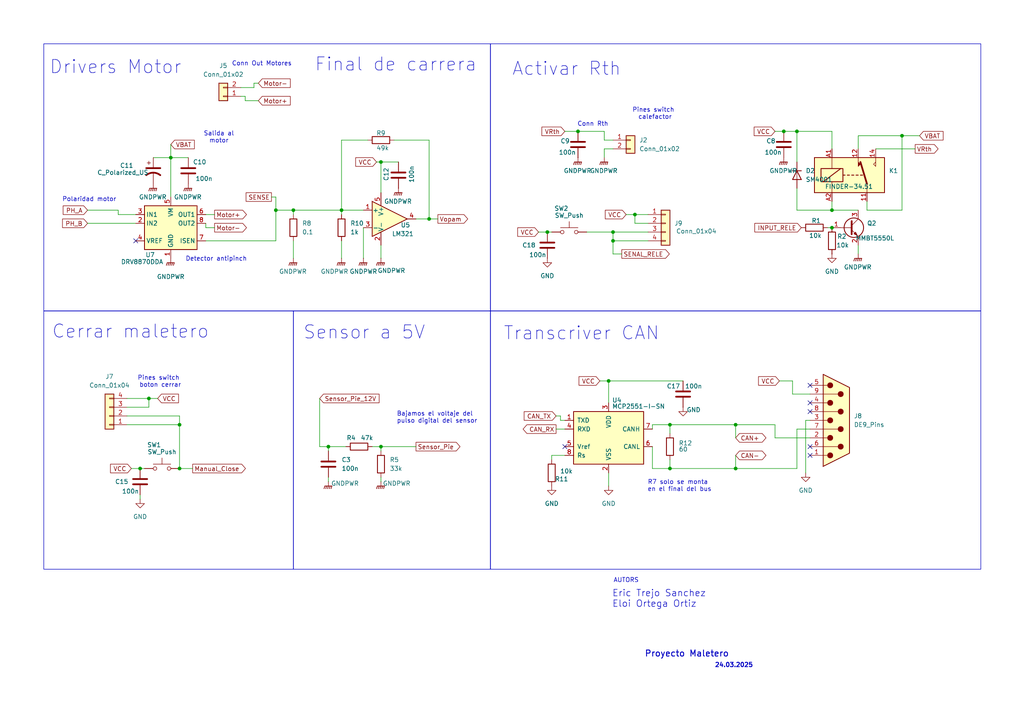
<source format=kicad_sch>
(kicad_sch (version 20250114) (generator "eeschema") (generator_version "9.0")
  (paper "A4")
  (lib_symbols
    (symbol "Amplifier_Operational:LM321" (pin_names (offset 0.127))
      (property "Reference" "U" (at 0 7.62 0))
      (property "Value" "LM321" (at 0 5.08 0))
      (symbol "LM321_0_1"
        (polyline (pts (xy -5.08 5.08) (xy 5.08 0) (xy -5.08 -5.08) (xy -5.08 5.08)) (stroke (width 0.254)) (fill (type background)))
      )
      (symbol "LM321_1_1"
        (pin input line (at -7.62 2.54 0) (length 2.54) (name "+") (number "1"))
        (pin input line (at -7.62 -2.54 0) (length 2.54) (name "-") (number "3"))
        (pin power_in line (at -2.54 7.62 270) (length 3.81) (name "V+") (number "5"))
        (pin power_in line (at -2.54 -7.62 90) (length 3.81) (name "V-") (number "2"))
        (pin output line (at 7.62 0 180) (length 2.54) (name "~") (number "4"))
      )
    )
    (symbol "Connector:DE9_Pins" (pin_names (offset 1.016) (hide yes))
      (property "Reference" "J" (at 0 13.97 0))
      (property "Value" "DE9_Pins" (at 0 -14.605 0))
      (symbol "DE9_Pins_0_1"
        (polyline (pts (xy -3.81 10.16) (xy -2.54 10.16)))
        (polyline (pts (xy -3.81 7.62) (xy 0.508 7.62)))
        (polyline (pts (xy -3.81 5.08) (xy -2.54 5.08)))
        (polyline (pts (xy -3.81 2.54) (xy 0.508 2.54)))
        (polyline (pts (xy -3.81 0) (xy -2.54 0)))
        (polyline (pts (xy -3.81 -2.54) (xy 0.508 -2.54)))
        (polyline (pts (xy -3.81 -5.08) (xy -2.54 -5.08)))
        (polyline (pts (xy -3.81 -7.62) (xy 0.508 -7.62)))
        (polyline (pts (xy -3.81 -10.16) (xy -2.54 -10.16)))
        (polyline (pts (xy -3.81 -13.335) (xy -3.81 13.335) (xy 3.81 9.525) (xy 3.81 -9.525) (xy -3.81 -13.335)) (stroke (width 0.254)) (fill (type background)))
        (circle (center -1.778 10.16) (radius 0.762) (fill (type outline)))
        (circle (center -1.778 5.08) (radius 0.762) (fill (type outline)))
        (circle (center -1.778 0) (radius 0.762) (fill (type outline)))
        (circle (center -1.778 -5.08) (radius 0.762) (fill (type outline)))
        (circle (center -1.778 -10.16) (radius 0.762) (fill (type outline)))
        (circle (center 1.27 7.62) (radius 0.762) (fill (type outline)))
        (circle (center 1.27 2.54) (radius 0.762) (fill (type outline)))
        (circle (center 1.27 -2.54) (radius 0.762) (fill (type outline)))
        (circle (center 1.27 -7.62) (radius 0.762) (fill (type outline)))
      )
      (symbol "DE9_Pins_1_1"
        (pin passive line (at -7.62 10.16 0) (length 3.81) (name "5") (number "5"))
        (pin passive line (at -7.62 7.62 0) (length 3.81) (name "9") (number "9"))
        (pin passive line (at -7.62 5.08 0) (length 3.81) (name "4") (number "4"))
        (pin passive line (at -7.62 2.54 0) (length 3.81) (name "8") (number "8"))
        (pin passive line (at -7.62 0 0) (length 3.81) (name "3") (number "3"))
        (pin passive line (at -7.62 -2.54 0) (length 3.81) (name "7") (number "7"))
        (pin passive line (at -7.62 -5.08 0) (length 3.81) (name "2") (number "2"))
        (pin passive line (at -7.62 -7.62 0) (length 3.81) (name "6") (number "6"))
        (pin passive line (at -7.62 -10.16 0) (length 3.81) (name "1") (number "1"))
      )
    )
    (symbol "Connector_Generic:Conn_01x02" (pin_names (offset 1.016) (hide yes))
      (property "Reference" "J" (at 0 2.54 0))
      (property "Value" "Conn_01x02" (at 0 -5.08 0))
      (symbol "Conn_01x02_1_1"
        (rectangle (start -1.27 1.27) (end 1.27 -3.81) (stroke (width 0.254)) (fill (type background)))
        (rectangle (start -1.27 0.127) (end 0 -0.127) (stroke (width 0.1524)))
        (rectangle (start -1.27 -2.413) (end 0 -2.667) (stroke (width 0.1524)))
        (pin passive line (at -5.08 0 0) (length 3.81) (name "Pin_1") (number "1"))
        (pin passive line (at -5.08 -2.54 0) (length 3.81) (name "Pin_2") (number "2"))
      )
    )
    (symbol "Connector_Generic:Conn_01x04" (pin_names (offset 1.016) (hide yes))
      (property "Reference" "J" (at 0 5.08 0))
      (property "Value" "Conn_01x04" (at 0 -7.62 0))
      (symbol "Conn_01x04_1_1"
        (rectangle (start -1.27 3.81) (end 1.27 -6.35) (stroke (width 0.254)) (fill (type background)))
        (rectangle (start -1.27 2.667) (end 0 2.413) (stroke (width 0.1524)))
        (rectangle (start -1.27 0.127) (end 0 -0.127) (stroke (width 0.1524)))
        (rectangle (start -1.27 -2.413) (end 0 -2.667) (stroke (width 0.1524)))
        (rectangle (start -1.27 -4.953) (end 0 -5.207) (stroke (width 0.1524)))
        (pin passive line (at -5.08 2.54 0) (length 3.81) (name "Pin_1") (number "1"))
        (pin passive line (at -5.08 0 0) (length 3.81) (name "Pin_2") (number "2"))
        (pin passive line (at -5.08 -2.54 0) (length 3.81) (name "Pin_3") (number "3"))
        (pin passive line (at -5.08 -5.08 0) (length 3.81) (name "Pin_4") (number "4"))
      )
    )
    (symbol "Device:C" (pin_numbers (hide yes)) (pin_names (offset 0.254))
      (property "Reference" "C" (at 0.635 2.54 0))
      (property "Value" "C" (at 0.635 -2.54 0))
      (symbol "C_0_1"
        (polyline (pts (xy -2.032 0.762) (xy 2.032 0.762)) (stroke (width 0.508)))
        (polyline (pts (xy -2.032 -0.762) (xy 2.032 -0.762)) (stroke (width 0.508)))
      )
      (symbol "C_1_1"
        (pin passive line (at 0 3.81 270) (length 2.794) (name "~") (number "1"))
        (pin passive line (at 0 -3.81 90) (length 2.794) (name "~") (number "2"))
      )
    )
    (symbol "Device:C_Polarized_US" (pin_numbers (hide yes)) (pin_names (offset 0.254) (hide yes))
      (property "Reference" "C" (at 0.635 2.54 0))
      (property "Value" "C_Polarized_US" (at 0.635 -2.54 0))
      (symbol "C_Polarized_US_0_1"
        (polyline (pts (xy -2.032 0.762) (xy 2.032 0.762)) (stroke (width 0.508)))
        (polyline (pts (xy -1.778 2.286) (xy -0.762 2.286)))
        (polyline (pts (xy -1.27 1.778) (xy -1.27 2.794)))
        (arc (start -2.032 -1.27) (mid 0 -0.5572) (end 2.032 -1.27) (stroke (width 0.508)))
      )
      (symbol "C_Polarized_US_1_1"
        (pin passive line (at 0 3.81 270) (length 2.794) (name "~") (number "1"))
        (pin passive line (at 0 -3.81 90) (length 3.302) (name "~") (number "2"))
      )
    )
    (symbol "Device:R" (pin_numbers (hide yes)) (pin_names (offset 0))
      (property "Reference" "R" (at 2.032 0 90))
      (property "Value" "R" (at 0 0 90))
      (symbol "R_0_1"
        (rectangle (start -1.016 -2.54) (end 1.016 2.54) (stroke (width 0.254)))
      )
      (symbol "R_1_1"
        (pin passive line (at 0 3.81 270) (length 1.27) (name "~") (number "1"))
        (pin passive line (at 0 -3.81 90) (length 1.27) (name "~") (number "2"))
      )
    )
    (symbol "Diode:SM4001" (pin_numbers (hide yes)) (pin_names (hide yes))
      (property "Reference" "D" (at 0 2.54 0))
      (property "Value" "SM4001" (at 0 -2.54 0))
      (symbol "SM4001_0_1"
        (polyline (pts (xy -1.27 1.27) (xy -1.27 -1.27)) (stroke (width 0.254)))
        (polyline (pts (xy 1.27 1.27) (xy 1.27 -1.27) (xy -1.27 0) (xy 1.27 1.27)) (stroke (width 0.254)))
        (polyline (pts (xy 1.27 0) (xy -1.27 0)))
      )
      (symbol "SM4001_1_1"
        (pin passive line (at -3.81 0 0) (length 2.54) (name "K") (number "1"))
        (pin passive line (at 3.81 0 180) (length 2.54) (name "A") (number "2"))
      )
    )
    (symbol "Driver_Motor:DRV8870DDA"
      (property "Reference" "U" (at -6.35 6.35 0))
      (property "Value" "DRV8870DDA" (at 8.89 6.35 0))
      (symbol "DRV8870DDA_0_1"
        (rectangle (start -7.62 5.08) (end 7.62 -7.62) (stroke (width 0.254)) (fill (type background)))
      )
      (symbol "DRV8870DDA_1_1"
        (pin input line (at -10.16 2.54 0) (length 2.54) (name "IN1") (number "3"))
        (pin input line (at -10.16 0 0) (length 2.54) (name "IN2") (number "2"))
        (pin input line (at -10.16 -5.08 0) (length 2.54) (name "VREF") (number "4"))
        (pin power_in line (at 0 7.62 270) (length 2.54) (name "VM") (number "5"))
        (pin power_in line (at 0 -10.16 90) (length 2.54) (name "GND") (number "1"))
        (pin passive line (at 0 -10.16 90) (length 2.54) (hide yes) (name "GND") (number "9"))
        (pin output line (at 10.16 2.54 180) (length 2.54) (name "OUT1") (number "6"))
        (pin output line (at 10.16 0 180) (length 2.54) (name "OUT2") (number "8"))
        (pin passive line (at 10.16 -5.08 180) (length 2.54) (name "ISEN") (number "7"))
      )
    )
    (symbol "Interface_CAN_LIN:MCP2551-I-SN" (pin_names (offset 1.016))
      (property "Reference" "U" (at -10.16 8.89 0))
      (property "Value" "MCP2551-I-SN" (at 2.54 8.89 0))
      (symbol "MCP2551-I-SN_0_1"
        (rectangle (start -10.16 7.62) (end 10.16 -7.62) (stroke (width 0.254)) (fill (type background)))
      )
      (symbol "MCP2551-I-SN_1_1"
        (pin input line (at -12.7 5.08 0) (length 2.54) (name "TXD") (number "1"))
        (pin output line (at -12.7 2.54 0) (length 2.54) (name "RXD") (number "4"))
        (pin power_out line (at -12.7 -2.54 0) (length 2.54) (name "Vref") (number "5"))
        (pin input line (at -12.7 -5.08 0) (length 2.54) (name "Rs") (number "8"))
        (pin power_in line (at 0 10.16 270) (length 2.54) (name "VDD") (number "3"))
        (pin power_in line (at 0 -10.16 90) (length 2.54) (name "VSS") (number "2"))
        (pin bidirectional line (at 12.7 2.54 180) (length 2.54) (name "CANH") (number "7"))
        (pin bidirectional line (at 12.7 -2.54 180) (length 2.54) (name "CANL") (number "6"))
      )
    )
    (symbol "Relay:FINDER-34.51"
      (property "Reference" "K" (at 11.43 3.81 0))
      (property "Value" "FINDER-34.51" (at 11.43 1.27 0))
      (symbol "FINDER-34.51_0_0"
        (polyline (pts (xy 7.62 5.08) (xy 7.62 2.54) (xy 6.985 3.175) (xy 7.62 3.81)))
      )
      (symbol "FINDER-34.51_0_1"
        (rectangle (start -10.16 5.08) (end 10.16 -5.08) (stroke (width 0.254)) (fill (type background)))
        (rectangle (start -8.255 1.905) (end -1.905 -1.905) (stroke (width 0.254)))
        (polyline (pts (xy -7.62 -1.905) (xy -2.54 1.905)) (stroke (width 0.254)))
        (polyline (pts (xy -5.08 5.08) (xy -5.08 1.905)))
        (polyline (pts (xy -5.08 -5.08) (xy -5.08 -1.905)))
        (polyline (pts (xy -1.905 0) (xy -1.27 0)) (stroke (width 0.254)))
        (polyline (pts (xy -0.635 0) (xy 0 0)) (stroke (width 0.254)))
        (polyline (pts (xy 0.635 0) (xy 1.27 0)) (stroke (width 0.254)))
        (polyline (pts (xy 1.905 0) (xy 2.54 0)) (stroke (width 0.254)))
        (polyline (pts (xy 2.54 5.08) (xy 2.54 2.54) (xy 3.175 3.175) (xy 2.54 3.81)) (fill (type outline)))
        (polyline (pts (xy 3.175 0) (xy 3.81 0)) (stroke (width 0.254)))
        (polyline (pts (xy 5.08 -2.54) (xy 3.175 3.81)) (stroke (width 0.508)))
        (polyline (pts (xy 5.08 -2.54) (xy 5.08 -5.08)))
      )
      (symbol "FINDER-34.51_1_1"
        (pin passive line (at -5.08 7.62 270) (length 2.54) (name "~") (number "A1"))
        (pin passive line (at -5.08 -7.62 90) (length 2.54) (name "~") (number "A2"))
        (pin passive line (at 2.54 7.62 270) (length 2.54) (name "~") (number "12"))
        (pin passive line (at 5.08 -7.62 90) (length 2.54) (name "~") (number "11"))
        (pin passive line (at 7.62 7.62 270) (length 2.54) (name "~") (number "14"))
      )
    )
    (symbol "Switch:SW_Push" (pin_numbers (hide yes)) (pin_names (offset 1.016) (hide yes))
      (property "Reference" "SW" (at 1.27 2.54 0))
      (property "Value" "SW_Push" (at 0 -1.524 0))
      (symbol "SW_Push_0_1"
        (circle (center -2.032 0) (radius 0.508))
        (polyline (pts (xy 0 1.27) (xy 0 3.048)))
        (circle (center 2.032 0) (radius 0.508))
        (polyline (pts (xy 2.54 1.27) (xy -2.54 1.27)))
        (pin passive line (at -5.08 0 0) (length 2.54) (name "1") (number "1"))
        (pin passive line (at 5.08 0 180) (length 2.54) (name "2") (number "2"))
      )
    )
    (symbol "Transistor_BJT:MMBT5550L" (pin_names (offset 0) (hide yes))
      (property "Reference" "Q" (at 5.08 1.905 0))
      (property "Value" "MMBT5550L" (at 5.08 0 0))
      (symbol "MMBT5550L_0_1"
        (polyline (pts (xy -2.54 0) (xy 0.635 0)))
        (polyline (pts (xy 0.635 1.905) (xy 0.635 -1.905)) (stroke (width 0.508)))
        (circle (center 1.27 0) (radius 2.8194) (stroke (width 0.254)))
      )
      (symbol "MMBT5550L_1_1"
        (polyline (pts (xy 0.635 0.635) (xy 2.54 2.54)))
        (polyline (pts (xy 0.635 -0.635) (xy 2.54 -2.54)))
        (polyline (pts (xy 1.27 -1.778) (xy 1.778 -1.27) (xy 2.286 -2.286) (xy 1.27 -1.778)) (fill (type outline)))
        (pin input line (at -5.08 0 0) (length 2.54) (name "B") (number "1"))
        (pin passive line (at 2.54 5.08 270) (length 2.54) (name "C") (number "3"))
        (pin passive line (at 2.54 -5.08 90) (length 2.54) (name "E") (number "2"))
      )
    )
    (symbol "power:GND" (power) (pin_numbers (hide yes)) (pin_names (offset 0) (hide yes))
      (property "Value" "GND" (at 0 -3.81 0))
      (symbol "GND_0_1"
        (polyline (pts (xy 0 0) (xy 0 -1.27) (xy 1.27 -1.27) (xy 0 -2.54) (xy -1.27 -1.27) (xy 0 -1.27)))
      )
      (symbol "GND_1_1"
        (pin power_in line (at 0 0 270) (length 0) (name "~") (number "1"))
      )
    )
    (symbol "power:GNDPWR" (power) (pin_numbers (hide yes)) (pin_names (offset 0) (hide yes))
      (property "Value" "GNDPWR" (at 0 -3.302 0))
      (symbol "GNDPWR_0_1"
        (polyline (pts (xy -1.016 -1.27) (xy -1.27 -2.032) (xy -1.27 -2.032)) (stroke (width 0.2032)))
        (polyline (pts (xy -0.508 -1.27) (xy -0.762 -2.032) (xy -0.762 -2.032)) (stroke (width 0.2032)))
        (polyline (pts (xy 0 -1.27) (xy 0 0)))
        (polyline (pts (xy 0 -1.27) (xy -0.254 -2.032) (xy -0.254 -2.032)) (stroke (width 0.2032)))
        (polyline (pts (xy 0.508 -1.27) (xy 0.254 -2.032) (xy 0.254 -2.032)) (stroke (width 0.2032)))
        (polyline (pts (xy 1.016 -1.27) (xy -1.016 -1.27) (xy -1.016 -1.27)) (stroke (width 0.2032)))
        (polyline (pts (xy 1.016 -1.27) (xy 0.762 -2.032) (xy 0.762 -2.032) (xy 0.762 -2.032)) (stroke (width 0.2032)))
      )
      (symbol "GNDPWR_1_1"
        (pin power_in line (at 0 0 270) (length 0) (name "~") (number "1"))
      )
    )
  )
  (rectangle (start 85.09 90.17) (end 142.24 165.1))
  (rectangle (start 12.7 90.17) (end 85.09 165.1))
  (rectangle (start 12.7 12.7) (end 142.24 90.17))
  (rectangle (start 142.24 90.17) (end 284.48 165.1))
  (rectangle (start 142.24 12.7) (end 284.48 90.17))
  (text "Transcriver CAN" (at 168.656 96.774 0) (effects (font (size 3.81 3.81))))
  (text "Pines switch \nboton cerrar" (at 46.482 110.744 0) (effects (font (size 1.27 1.27))))
  (text "Polaridad motor" (at 25.908 57.912 0) (effects (font (size 1.27 1.27))))
  (text "R7 solo se monta \nen el final del bus" (at 197.104 140.97 0) (effects (font (size 1.27 1.27))))
  (text "Final de carrera\n" (at 114.808 18.796 0) (effects (font (size 3.81 3.81))))
  (text "Salida al\nmotor" (at 63.5 39.878 0) (effects (font (size 1.27 1.27))))
  (text "Drivers Motor" (at 33.528 19.558 0) (effects (font (size 3.81 3.81))))
  (text "Activar Rth" (at 164.338 20.066 0) (effects (font (size 3.81 3.81))))
  (text "AUTORS" (at 181.61 168.402 0) (effects (font (size 1.27 1.27))))
  (text "24.03.2025" (at 207.264 193.04 0) (effects (font (size 1.27 1.27) (thickness 0.254) (bold yes)) (justify left)))
  (text "Proyecto Maletero" (at 186.944 189.738 0) (effects (font (size 1.778 1.778) (thickness 0.254) (bold yes)) (justify left)))
  (text "Detector antipinch" (at 62.738 75.184 0) (effects (font (size 1.27 1.27))))
  (text "Cerrar maletero" (at 37.846 96.266 0) (effects (font (size 3.81 3.81))))
  (text "Pines switch \ncalefactor" (at 189.992 33.02 0) (effects (font (size 1.27 1.27))))
  (text "Conn Out Motores\n" (at 75.946 18.542 0) (effects (font (size 1.27 1.27))))
  (text "Sensor a 5V" (at 105.664 96.52 0) (effects (font (size 3.81 3.81))))
  (text "Conn Rth" (at 171.958 36.068 0) (effects (font (size 1.27 1.27))))
  (text "Eric Trejo Sanchez\nEloi Ortega Ortiz" (at 177.546 173.736 0) (effects (font (size 1.905 1.905)) (justify left)))
  (text "Bajamos el voltaje del \npulso digital del sensor" (at 115.062 121.158 0) (effects (font (size 1.27 1.27)) (justify left)))
  (junction (at 194.31 123.19))
  (junction (at 52.07 135.89))
  (junction (at 49.53 45.72))
  (junction (at 52.07 123.19))
  (junction (at 158.75 67.31))
  (junction (at 177.8 69.85))
  (junction (at 241.3 60.96))
  (junction (at 110.49 46.99))
  (junction (at 213.36 123.19))
  (junction (at 227.33 38.1))
  (junction (at 167.64 38.1))
  (junction (at 80.01 60.96))
  (junction (at 95.25 129.54))
  (junction (at 43.18 115.57))
  (junction (at 99.06 60.96))
  (junction (at 110.49 129.54))
  (junction (at 213.36 135.89))
  (junction (at 124.46 63.5))
  (junction (at 194.31 135.89))
  (junction (at 231.14 38.1))
  (junction (at 241.3 66.04))
  (junction (at 261.62 39.37))
  (junction (at 85.09 60.96))
  (junction (at 184.15 62.23))
  (junction (at 177.8 67.31))
  (junction (at 40.64 135.89))
  (junction (at 176.53 110.49))
  (no_connect (at 234.95 116.84))
  (no_connect (at 163.83 129.54))
  (no_connect (at 234.95 111.76))
  (no_connect (at 234.95 132.08))
  (no_connect (at 234.95 129.54))
  (no_connect (at 39.37 69.85))
  (no_connect (at 234.95 119.38))
  (wire (pts (xy 175.26 43.18) (xy 177.8 43.18)))
  (wire (pts (xy 106.68 40.64) (xy 99.06 40.64)))
  (wire (pts (xy 40.64 143.51) (xy 40.64 144.78)))
  (wire (pts (xy 124.46 40.64) (xy 124.46 63.5)))
  (wire (pts (xy 52.07 135.89) (xy 55.88 135.89)))
  (wire (pts (xy 181.61 62.23) (xy 184.15 62.23)))
  (wire (pts (xy 229.87 110.49) (xy 229.87 114.3)))
  (wire (pts (xy 194.31 123.19) (xy 194.31 125.73)))
  (wire (pts (xy 175.26 45.72) (xy 175.26 43.18)))
  (wire (pts (xy 110.49 139.7) (xy 110.49 138.43)))
  (wire (pts (xy 177.8 69.85) (xy 187.96 69.85)))
  (wire (pts (xy 231.14 54.61) (xy 231.14 60.96)))
  (wire (pts (xy 248.92 73.66) (xy 248.92 71.12)))
  (wire (pts (xy 176.53 140.97) (xy 176.53 137.16)))
  (wire (pts (xy 213.36 123.19) (xy 224.79 123.19)))
  (wire (pts (xy 241.3 60.96) (xy 248.92 60.96)))
  (wire (pts (xy 34.29 62.23) (xy 39.37 62.23)))
  (wire (pts (xy 99.06 60.96) (xy 105.41 60.96)))
  (wire (pts (xy 95.25 138.43) (xy 95.25 139.7)))
  (wire (pts (xy 189.23 135.89) (xy 189.23 129.54)))
  (wire (pts (xy 231.14 38.1) (xy 227.33 38.1)))
  (wire (pts (xy 224.79 123.19) (xy 224.79 127)))
  (wire (pts (xy 49.53 45.72) (xy 49.53 57.15)))
  (wire (pts (xy 224.79 127) (xy 234.95 127)))
  (wire (pts (xy 241.3 66.04) (xy 240.03 66.04)))
  (wire (pts (xy 184.15 62.23) (xy 187.96 62.23)))
  (wire (pts (xy 105.41 74.93) (xy 105.41 66.04)))
  (wire (pts (xy 124.46 63.5) (xy 127 63.5)))
  (wire (pts (xy 156.21 67.31) (xy 158.75 67.31)))
  (wire (pts (xy 71.12 27.94) (xy 71.12 29.21)))
  (wire (pts (xy 92.71 129.54) (xy 95.25 129.54)))
  (wire (pts (xy 170.18 67.31) (xy 177.8 67.31)))
  (wire (pts (xy 163.83 38.1) (xy 167.64 38.1)))
  (wire (pts (xy 261.62 39.37) (xy 261.62 60.96)))
  (wire (pts (xy 34.29 60.96) (xy 34.29 62.23)))
  (wire (pts (xy 85.09 60.96) (xy 99.06 60.96)))
  (wire (pts (xy 25.4 64.77) (xy 39.37 64.77)))
  (wire (pts (xy 43.18 115.57) (xy 43.18 118.11)))
  (wire (pts (xy 74.93 24.13) (xy 73.66 24.13)))
  (wire (pts (xy 80.01 69.85) (xy 80.01 60.96)))
  (wire (pts (xy 229.87 114.3) (xy 234.95 114.3)))
  (wire (pts (xy 177.8 67.31) (xy 187.96 67.31)))
  (wire (pts (xy 177.8 69.85) (xy 177.8 73.66)))
  (wire (pts (xy 241.3 58.42) (xy 241.3 60.96)))
  (wire (pts (xy 226.06 110.49) (xy 229.87 110.49)))
  (wire (pts (xy 95.25 129.54) (xy 100.33 129.54)))
  (wire (pts (xy 254 43.18) (xy 265.43 43.18)))
  (wire (pts (xy 110.49 129.54) (xy 110.49 130.81)))
  (wire (pts (xy 41.91 135.89) (xy 40.64 135.89)))
  (wire (pts (xy 231.14 38.1) (xy 231.14 46.99)))
  (wire (pts (xy 231.14 60.96) (xy 241.3 60.96)))
  (wire (pts (xy 231.14 135.89) (xy 231.14 124.46)))
  (wire (pts (xy 95.25 130.81) (xy 95.25 129.54)))
  (wire (pts (xy 114.3 40.64) (xy 124.46 40.64)))
  (wire (pts (xy 189.23 123.19) (xy 194.31 123.19)))
  (wire (pts (xy 161.29 124.46) (xy 163.83 124.46)))
  (wire (pts (xy 85.09 69.85) (xy 85.09 74.93)))
  (wire (pts (xy 25.4 60.96) (xy 34.29 60.96)))
  (wire (pts (xy 194.31 135.89) (xy 194.31 133.35)))
  (wire (pts (xy 92.71 115.57) (xy 92.71 129.54)))
  (wire (pts (xy 49.53 45.72) (xy 54.61 45.72)))
  (wire (pts (xy 71.12 29.21) (xy 74.93 29.21)))
  (wire (pts (xy 110.49 46.99) (xy 110.49 55.88)))
  (wire (pts (xy 69.85 25.4) (xy 73.66 25.4)))
  (wire (pts (xy 107.95 129.54) (xy 110.49 129.54)))
  (wire (pts (xy 43.18 118.11) (xy 36.83 118.11)))
  (wire (pts (xy 85.09 60.96) (xy 85.09 62.23)))
  (wire (pts (xy 99.06 60.96) (xy 99.06 62.23)))
  (wire (pts (xy 52.07 120.65) (xy 52.07 123.19)))
  (wire (pts (xy 49.53 41.91) (xy 49.53 45.72)))
  (wire (pts (xy 109.22 46.99) (xy 110.49 46.99)))
  (wire (pts (xy 233.68 121.92) (xy 234.95 121.92)))
  (wire (pts (xy 99.06 40.64) (xy 99.06 60.96)))
  (wire (pts (xy 36.83 115.57) (xy 43.18 115.57)))
  (wire (pts (xy 160.02 67.31) (xy 158.75 67.31)))
  (wire (pts (xy 59.69 62.23) (xy 62.23 62.23)))
  (wire (pts (xy 231.14 124.46) (xy 234.95 124.46)))
  (wire (pts (xy 59.69 64.77) (xy 59.69 66.04)))
  (wire (pts (xy 44.45 45.72) (xy 49.53 45.72)))
  (wire (pts (xy 184.15 64.77) (xy 187.96 64.77)))
  (wire (pts (xy 120.65 63.5) (xy 124.46 63.5)))
  (wire (pts (xy 160.02 133.35) (xy 160.02 132.08)))
  (wire (pts (xy 80.01 60.96) (xy 80.01 57.15)))
  (wire (pts (xy 59.69 66.04) (xy 62.23 66.04)))
  (wire (pts (xy 36.83 120.65) (xy 52.07 120.65)))
  (wire (pts (xy 161.29 120.65) (xy 162.56 120.65)))
  (wire (pts (xy 261.62 39.37) (xy 266.7 39.37)))
  (wire (pts (xy 80.01 60.96) (xy 85.09 60.96)))
  (wire (pts (xy 241.3 38.1) (xy 231.14 38.1)))
  (wire (pts (xy 73.66 24.13) (xy 73.66 25.4)))
  (wire (pts (xy 213.36 132.08) (xy 213.36 135.89)))
  (wire (pts (xy 251.46 58.42) (xy 251.46 60.96)))
  (wire (pts (xy 173.99 110.49) (xy 176.53 110.49)))
  (wire (pts (xy 110.49 74.93) (xy 110.49 71.12)))
  (wire (pts (xy 110.49 46.99) (xy 115.57 46.99)))
  (wire (pts (xy 177.8 73.66) (xy 180.34 73.66)))
  (wire (pts (xy 162.56 121.92) (xy 163.83 121.92)))
  (wire (pts (xy 43.18 115.57) (xy 45.72 115.57)))
  (wire (pts (xy 241.3 43.18) (xy 241.3 38.1)))
  (wire (pts (xy 38.1 135.89) (xy 40.64 135.89)))
  (wire (pts (xy 233.68 121.92) (xy 233.68 137.16)))
  (wire (pts (xy 36.83 123.19) (xy 52.07 123.19)))
  (wire (pts (xy 227.33 38.1) (xy 224.79 38.1)))
  (wire (pts (xy 177.8 69.85) (xy 177.8 67.31)))
  (wire (pts (xy 248.92 43.18) (xy 248.92 39.37)))
  (wire (pts (xy 194.31 123.19) (xy 213.36 123.19)))
  (wire (pts (xy 176.53 110.49) (xy 176.53 116.84)))
  (wire (pts (xy 59.69 69.85) (xy 80.01 69.85)))
  (wire (pts (xy 175.26 38.1) (xy 175.26 40.64)))
  (wire (pts (xy 175.26 40.64) (xy 177.8 40.64)))
  (wire (pts (xy 69.85 27.94) (xy 71.12 27.94)))
  (wire (pts (xy 110.49 129.54) (xy 120.65 129.54)))
  (wire (pts (xy 184.15 62.23) (xy 184.15 64.77)))
  (wire (pts (xy 194.31 135.89) (xy 213.36 135.89)))
  (wire (pts (xy 167.64 38.1) (xy 175.26 38.1)))
  (wire (pts (xy 213.36 135.89) (xy 231.14 135.89)))
  (wire (pts (xy 248.92 39.37) (xy 261.62 39.37)))
  (wire (pts (xy 78.74 57.15) (xy 80.01 57.15)))
  (wire (pts (xy 176.53 110.49) (xy 198.12 110.49)))
  (wire (pts (xy 162.56 120.65) (xy 162.56 121.92)))
  (wire (pts (xy 189.23 135.89) (xy 194.31 135.89)))
  (wire (pts (xy 99.06 74.93) (xy 99.06 69.85)))
  (wire (pts (xy 251.46 60.96) (xy 261.62 60.96)))
  (wire (pts (xy 52.07 123.19) (xy 52.07 135.89)))
  (wire (pts (xy 213.36 123.19) (xy 213.36 127)))
  (wire (pts (xy 160.02 132.08) (xy 163.83 132.08)))
  (wire (pts (xy 189.23 123.19) (xy 189.23 124.46)))
  (global_label "SENSE" (shape passive) (at 78.74 57.15 180) (property "Intersheetrefs" "${INTERSHEET_REFS}" (effects (hide yes))))
  (global_label "VCC" (shape input) (at 224.79 38.1 180) (property "Intersheetrefs" "${INTERSHEET_REFS}" (effects (hide yes))))
  (global_label "Motor+" (shape input) (at 74.93 29.21 0) (property "Intersheetrefs" "${INTERSHEET_REFS}" (effects (hide yes))))
  (global_label "VRth" (shape output) (at 265.43 43.18 0) (property "Intersheetrefs" "${INTERSHEET_REFS}" (effects (hide yes))))
  (global_label "Motor-" (shape output) (at 62.23 66.04 0) (property "Intersheetrefs" "${INTERSHEET_REFS}" (effects (hide yes))))
  (global_label "Motor+" (shape output) (at 62.23 62.23 0) (property "Intersheetrefs" "${INTERSHEET_REFS}" (effects (hide yes))))
  (global_label "CAN-" (shape bidirectional) (at 213.36 132.08 0) (property "Intersheetrefs" "${INTERSHEET_REFS}" (effects (hide yes))))
  (global_label "VBAT" (shape input) (at 266.7 39.37 0) (property "Intersheetrefs" "${INTERSHEET_REFS}" (effects (hide yes))))
  (global_label "VCC" (shape input) (at 38.1 135.89 180) (property "Intersheetrefs" "${INTERSHEET_REFS}" (effects (hide yes))))
  (global_label "PH_A" (shape input) (at 25.4 60.96 180) (property "Intersheetrefs" "${INTERSHEET_REFS}" (effects (hide yes))))
  (global_label "Sensor_Pie_12V" (shape input) (at 92.71 115.57 0) (property "Intersheetrefs" "${INTERSHEET_REFS}" (effects (hide yes))))
  (global_label "VCC" (shape input) (at 156.21 67.31 180) (property "Intersheetrefs" "${INTERSHEET_REFS}" (effects (hide yes))))
  (global_label "SENAL_RELE" (shape output) (at 180.34 73.66 0) (property "Intersheetrefs" "${INTERSHEET_REFS}" (effects (hide yes))))
  (global_label "Sensor_Pie" (shape output) (at 120.65 129.54 0) (property "Intersheetrefs" "${INTERSHEET_REFS}" (effects (hide yes))))
  (global_label "Motor-" (shape input) (at 74.93 24.13 0) (property "Intersheetrefs" "${INTERSHEET_REFS}" (effects (hide yes))))
  (global_label "VCC" (shape input) (at 226.06 110.49 180) (property "Intersheetrefs" "${INTERSHEET_REFS}" (effects (hide yes))))
  (global_label "VBAT" (shape input) (at 49.53 41.91 0) (property "Intersheetrefs" "${INTERSHEET_REFS}" (effects (hide yes))))
  (global_label "Manual_Close" (shape output) (at 55.88 135.89 0) (property "Intersheetrefs" "${INTERSHEET_REFS}" (effects (hide yes))))
  (global_label "VCC" (shape input) (at 45.72 115.57 0) (property "Intersheetrefs" "${INTERSHEET_REFS}" (effects (hide yes))))
  (global_label "INPUT_RELE" (shape input) (at 232.41 66.04 180) (property "Intersheetrefs" "${INTERSHEET_REFS}" (effects (hide yes))))
  (global_label "VCC" (shape input) (at 173.99 110.49 180) (property "Intersheetrefs" "${INTERSHEET_REFS}" (effects (hide yes))))
  (global_label "VCC" (shape input) (at 181.61 62.23 180) (property "Intersheetrefs" "${INTERSHEET_REFS}" (effects (hide yes))))
  (global_label "Vopam" (shape output) (at 127 63.5 0) (property "Intersheetrefs" "${INTERSHEET_REFS}" (effects (hide yes))))
  (global_label "CAN+" (shape bidirectional) (at 213.36 127 0) (property "Intersheetrefs" "${INTERSHEET_REFS}" (effects (hide yes))))
  (global_label "CAN_TX" (shape input) (at 161.29 120.65 180) (property "Intersheetrefs" "${INTERSHEET_REFS}" (effects (hide yes))))
  (global_label "VCC" (shape input) (at 109.22 46.99 180) (property "Intersheetrefs" "${INTERSHEET_REFS}" (effects (hide yes))))
  (global_label "PH_B" (shape input) (at 25.4 64.77 180) (property "Intersheetrefs" "${INTERSHEET_REFS}" (effects (hide yes))))
  (global_label "VRth" (shape input) (at 163.83 38.1 180) (property "Intersheetrefs" "${INTERSHEET_REFS}" (effects (hide yes))))
  (global_label "CAN_RX" (shape output) (at 161.29 124.46 180) (property "Intersheetrefs" "${INTERSHEET_REFS}" (effects (hide yes))))
  (symbol (lib_id "Device:C_Polarized_US") (at 44.45 49.53 0) (unit 1)
    (property "Reference" "C11" (at 34.798 48.006 0) (effects (justify left)))
    (property "Value" "C_Polarized_US" (at 28.194 50.038 0) (effects (justify left)))
    (property "Footprint" "Capacitor_SMD:CP_Elec_3x5.3" (effects (hide yes)))
    (property "Description" "Polarized capacitor, US symbol" (effects (hide yes)))
  )
  (symbol (lib_id "Device:R") (at 99.06 66.04 180) (unit 1)
    (property "Reference" "R10" (at 101.6 64.7699 0) (effects (justify right)))
    (property "Value" "1k" (at 101.6 67.3099 0) (effects (justify right)))
    (property "Footprint" "Resistor_SMD:R_0805_2012Metric" (effects (hide yes)))
    (property "Description" "Resistor" (effects (hide yes)))
  )
  (symbol (lib_id "Device:R") (at 110.49 40.64 90) (unit 1)
    (property "Reference" "R9" (at 110.49 38.608 90))
    (property "Value" "49k" (at 110.998 42.926 90))
    (property "Footprint" "Resistor_SMD:R_0805_2012Metric" (effects (hide yes)))
    (property "Description" "Resistor" (effects (hide yes)))
  )
  (symbol (lib_id "power:GNDPWR") (at 175.26 45.72 0) (unit 1)
    (property "Reference" "#PWR04" (effects (hide yes)))
    (property "Value" "GNDPWR" (at 175.133 49.53 0))
    (property "Description" "Power symbol creates a global label with name \"GNDPWR\" , global ground" (effects (hide yes)))
  )
  (symbol (lib_id "Device:C") (at 198.12 114.3 180) (unit 1)
    (property "Reference" "C17" (at 195.326 112.014 0))
    (property "Value" "100n" (at 201.168 112.014 0))
    (property "Footprint" "Capacitor_SMD:C_0805_2012Metric" (effects (hide yes)))
    (property "Description" "Unpolarized capacitor" (effects (hide yes)))
  )
  (symbol (lib_id "Connector_Generic:Conn_01x02") (at 64.77 27.94 180) (unit 1)
    (property "Reference" "J5" (at 64.77 19.05 0))
    (property "Value" "Conn_01x02" (at 64.77 21.59 0))
    (property "Footprint" "TerminalBlock_Phoenix:TerminalBlock_Phoenix_MKDS-1,5-2-5.08_1x02_P5.08mm_Horizontal" (effects (hide yes)))
    (property "Description" "Generic connector, single row, 01x02, script generated (kicad-library-utils/schlib/autogen/connector/)" (effects (hide yes)))
  )
  (symbol (lib_id "Device:R") (at 104.14 129.54 90) (unit 1)
    (property "Reference" "R4" (at 101.854 127 90))
    (property "Value" "47k" (at 106.426 127 90))
    (property "Footprint" "Resistor_SMD:R_0805_2012Metric" (effects (hide yes)))
    (property "Description" "Resistor" (effects (hide yes)))
  )
  (symbol (lib_id "power:GNDPWR") (at 105.41 74.93 0) (unit 1)
    (property "Reference" "#PWR046" (effects (hide yes)))
    (property "Value" "GNDPWR" (at 105.41 78.74 0))
    (property "Description" "Power symbol creates a global label with name \"GNDPWR\" , global ground" (effects (hide yes)))
  )
  (symbol (lib_id "Relay:FINDER-34.51") (at 246.38 50.8 0) (unit 1)
    (property "Reference" "K1" (at 257.81 49.5299 0) (effects (justify left)))
    (property "Value" "FINDER-34.51" (at 239.268 54.102 0) (effects (justify left)))
    (property "Footprint" "Relay_THT:Relay_SPDT_Finder_34.51_Vertical" (effects (hide yes)))
    (property "Datasheet" "https://gfinder.findernet.com/public/attachments/34/EN/S34USAEN.pdf" (effects (hide yes)))
    (property "Description" "Ultra-slim 1 Pole - 6A SPDT relay" (effects (hide yes)))
  )
  (symbol (lib_id "Connector:DE9_Pins") (at 242.57 121.92 0) (unit 1)
    (property "Reference" "J8" (at 247.65 120.6499 0) (effects (justify left)))
    (property "Value" "DE9_Pins" (at 247.65 123.1899 0) (effects (justify left)))
    (property "Footprint" "Connector_Dsub:DSUB-9_Pins_Horizontal_P2.77x2.54mm_EdgePinOffset9.40mm" (effects (hide yes)))
    (property "Description" "9-pin D-SUB connector, pins (male)" (effects (hide yes)))
  )
  (symbol (lib_id "Device:R") (at 236.22 66.04 90) (unit 1)
    (property "Reference" "R1" (at 236.728 64.008 90))
    (property "Value" "10k" (at 236.474 68.326 90))
    (property "Footprint" "Resistor_SMD:R_0805_2012Metric" (effects (hide yes)))
    (property "Description" "Resistor" (effects (hide yes)))
  )
  (symbol (lib_id "power:GND") (at 160.02 140.97 0) (unit 1)
    (property "Reference" "#PWR023" (effects (hide yes)))
    (property "Value" "GND" (at 160.02 146.05 0))
    (property "Description" "Power symbol creates a global label with name \"GND\" , ground" (effects (hide yes)))
  )
  (symbol (lib_id "power:GNDPWR") (at 110.49 74.93 0) (unit 1)
    (property "Reference" "#PWR047" (effects (hide yes)))
    (property "Value" "GNDPWR" (at 113.538 78.486 0))
    (property "Description" "Power symbol creates a global label with name \"GNDPWR\" , global ground" (effects (hide yes)))
  )
  (symbol (lib_id "Amplifier_Operational:LM321") (at 113.03 63.5 0) (unit 1)
    (property "Reference" "U5" (at 117.602 65.278 0))
    (property "Value" "LM321" (at 116.84 67.818 0))
    (property "Footprint" "Package_TO_SOT_SMD:SOT-23-5" (effects (hide yes)))
    (property "Datasheet" "http://www.ti.com/lit/ds/symlink/lm321.pdf" (effects (hide yes)))
    (property "Description" "Low Power Single Operational Amplifier, SOT-23-5" (effects (hide yes)))
  )
  (symbol (lib_id "Device:R") (at 85.09 66.04 0) (unit 1)
    (property "Reference" "R8" (at 87.63 64.7699 0) (effects (justify left)))
    (property "Value" "0.1" (at 87.63 67.3099 0) (effects (justify left)))
    (property "Footprint" "Resistor_SMD:R_0805_2012Metric" (effects (hide yes)))
    (property "Description" "Resistor" (effects (hide yes)))
  )
  (symbol (lib_id "Device:R") (at 194.31 129.54 0) (unit 1)
    (property "Reference" "R12" (at 196.85 128.524 0) (effects (justify left)))
    (property "Value" "60" (at 196.85 130.302 0) (effects (justify left)))
    (property "Footprint" "Resistor_SMD:R_0805_2012Metric" (effects (hide yes)))
    (property "Description" "Resistor" (effects (hide yes)))
  )
  (symbol (lib_id "power:GNDPWR") (at 49.53 74.93 0) (unit 1)
    (property "Reference" "#PWR048" (effects (hide yes)))
    (property "Value" "GNDPWR" (at 49.53 80.264 0))
    (property "Description" "Power symbol creates a global label with name \"GNDPWR\" , global ground" (effects (hide yes)))
  )
  (symbol (lib_id "Driver_Motor:DRV8870DDA") (at 49.53 64.77 0) (unit 1)
    (property "Reference" "U7" (at 42.164 73.914 0) (effects (justify left)))
    (property "Value" "DRV8870DDA" (at 35.052 75.946 0) (effects (justify left)))
    (property "Footprint" "Package_SO:Texas_HTSOP-8-1EP_3.9x4.9mm_P1.27mm_EP2.95x4.9mm_Mask2.4x3.1mm_ThermalVias" (effects (hide yes)))
    (property "Datasheet" "http://www.ti.com/lit/ds/symlink/drv8870.pdf" (effects (hide yes)))
    (property "Description" "Brushed DC Motor Driver, PWM Control, 45V, 3.6A, Dynamic current limiting, HTSOP-8" (effects (hide yes)))
  )
  (symbol (lib_id "power:GND") (at 233.68 137.16 0) (unit 1)
    (property "Reference" "#PWR011" (effects (hide yes)))
    (property "Value" "GND" (at 233.68 142.24 0))
    (property "Description" "Power symbol creates a global label with name \"GND\" , ground" (effects (hide yes)))
  )
  (symbol (lib_id "power:GND") (at 176.53 140.97 0) (unit 1)
    (property "Reference" "#PWR025" (effects (hide yes)))
    (property "Value" "GND" (at 176.53 146.05 0))
    (property "Description" "Power symbol creates a global label with name \"GND\" , ground" (effects (hide yes)))
  )
  (symbol (lib_id "power:GNDPWR") (at 99.06 74.93 0) (unit 1)
    (property "Reference" "#PWR024" (effects (hide yes)))
    (property "Value" "GNDPWR" (at 97.028 78.74 0))
    (property "Description" "Power symbol creates a global label with name \"GNDPWR\" , global ground" (effects (hide yes)))
  )
  (symbol (lib_id "Device:C") (at 167.64 41.91 0) (unit 1)
    (property "Reference" "C9" (at 162.56 40.894 0) (effects (justify left)))
    (property "Value" "100n" (at 162.052 44.196 0) (effects (justify left)))
    (property "Footprint" "Capacitor_SMD:C_0805_2012Metric" (effects (hide yes)))
    (property "Description" "Unpolarized capacitor" (effects (hide yes)))
  )
  (symbol (lib_id "power:GND") (at 158.75 74.93 0) (unit 1)
    (property "Reference" "#PWR08" (effects (hide yes)))
    (property "Value" "GND" (at 158.75 80.01 0))
    (property "Description" "Power symbol creates a global label with name \"GND\" , ground" (effects (hide yes)))
  )
  (symbol (lib_id "Connector_Generic:Conn_01x02") (at 182.88 40.64 0) (unit 1)
    (property "Reference" "J2" (at 185.42 40.6399 0) (effects (justify left)))
    (property "Value" "Conn_01x02" (at 185.42 43.1799 0) (effects (justify left)))
    (property "Footprint" "TerminalBlock_Phoenix:TerminalBlock_Phoenix_MKDS-1,5-2-5.08_1x02_P5.08mm_Horizontal" (effects (hide yes)))
    (property "Description" "Generic connector, single row, 01x02, script generated (kicad-library-utils/schlib/autogen/connector/)" (effects (hide yes)))
  )
  (symbol (lib_id "power:GNDPWR") (at 248.92 73.66 0) (unit 1)
    (property "Reference" "#PWR050" (effects (hide yes)))
    (property "Value" "GNDPWR" (at 248.793 77.47 0))
    (property "Description" "Power symbol creates a global label with name \"GNDPWR\" , global ground" (effects (hide yes)))
  )
  (symbol (lib_id "Switch:SW_Push") (at 46.99 135.89 0) (unit 1) (exclude_from_sim yes) (in_bom no) (on_board no)
    (property "Reference" "SW1" (at 44.704 129.032 0))
    (property "Value" "SW_Push" (at 46.99 131.064 0))
    (property "Description" "Push button switch, generic, two pins" (effects (hide yes)))
  )
  (symbol (lib_id "Device:R") (at 110.49 134.62 0) (unit 1)
    (property "Reference" "R5" (at 113.03 133.3499 0) (effects (justify left)))
    (property "Value" "33k" (at 113.03 135.8899 0) (effects (justify left)))
    (property "Footprint" "Resistor_SMD:R_0805_2012Metric" (effects (hide yes)))
    (property "Description" "Resistor" (effects (hide yes)))
  )
  (symbol (lib_id "power:GNDPWR") (at 227.33 45.72 0) (unit 1)
    (property "Reference" "#PWR038" (effects (hide yes)))
    (property "Value" "GNDPWR" (at 227.203 49.53 0))
    (property "Description" "Power symbol creates a global label with name \"GNDPWR\" , global ground" (effects (hide yes)))
  )
  (symbol (lib_id "power:GNDPWR") (at 115.57 54.61 0) (unit 1)
    (property "Reference" "#PWR053" (effects (hide yes)))
    (property "Value" "GNDPWR" (at 115.443 58.42 0))
    (property "Description" "Power symbol creates a global label with name \"GNDPWR\" , global ground" (effects (hide yes)))
  )
  (symbol (lib_id "power:GND") (at 40.64 144.78 0) (unit 1)
    (property "Reference" "#PWR07" (effects (hide yes)))
    (property "Value" "GND" (at 40.64 149.86 0))
    (property "Description" "Power symbol creates a global label with name \"GND\" , ground" (effects (hide yes)))
  )
  (symbol (lib_id "power:GNDPWR") (at 44.45 53.34 0) (unit 1)
    (property "Reference" "#PWR09" (effects (hide yes)))
    (property "Value" "GNDPWR" (at 44.323 57.15 0))
    (property "Description" "Power symbol creates a global label with name \"GNDPWR\" , global ground" (effects (hide yes)))
  )
  (symbol (lib_id "Device:C") (at 115.57 50.8 0) (unit 1)
    (property "Reference" "C12" (at 112.014 50.546 90))
    (property "Value" "100n" (at 119.38 50.546 90))
    (property "Footprint" "Capacitor_SMD:C_0805_2012Metric" (effects (hide yes)))
    (property "Description" "Unpolarized capacitor" (effects (hide yes)))
  )
  (symbol (lib_id "power:GNDPWR") (at 167.64 45.72 0) (unit 1)
    (property "Reference" "#PWR03" (effects (hide yes)))
    (property "Value" "GNDPWR" (at 167.513 49.53 0))
    (property "Description" "Power symbol creates a global label with name \"GNDPWR\" , global ground" (effects (hide yes)))
  )
  (symbol (lib_id "Device:R") (at 160.02 137.16 180) (unit 1)
    (property "Reference" "R11" (at 164.846 138.938 0) (effects (justify left)))
    (property "Value" "10k" (at 166.116 136.652 0) (effects (justify left)))
    (property "Footprint" "Resistor_SMD:R_0805_2012Metric" (effects (hide yes)))
    (property "Description" "Resistor" (effects (hide yes)))
  )
  (symbol (lib_id "Device:C") (at 95.25 134.62 0) (unit 1)
    (property "Reference" "C3" (at 99.06 133.3499 0) (effects (justify left)))
    (property "Value" "100n" (at 99.06 135.8899 0) (effects (justify left)))
    (property "Footprint" "Capacitor_SMD:C_0805_2012Metric" (effects (hide yes)))
    (property "Description" "Unpolarized capacitor" (effects (hide yes)))
  )
  (symbol (lib_id "Diode:SM4001") (at 231.14 50.8 270) (unit 1)
    (property "Reference" "D2" (at 233.68 49.5299 90) (effects (justify left)))
    (property "Value" "SM4001" (at 233.68 52.0699 90) (effects (justify left)))
    (property "Footprint" "Diode_SMD:D_MELF" (effects (hide yes)))
    (property "Datasheet" "http://cdn-reichelt.de/documents/datenblatt/A400/SMD1N400%23DIO.pdf" (effects (hide yes)))
    (property "Description" "50V 1A General Purpose Rectifier Diode, MELF" (effects (hide yes)))
    (property "Sim.Device" "D" (effects (hide yes)))
    (property "Sim.Pins" "1=K 2=A" (effects (hide yes)))
  )
  (symbol (lib_id "Switch:SW_Push") (at 165.1 67.31 0) (unit 1) (exclude_from_sim yes) (in_bom no) (on_board no)
    (property "Reference" "SW2" (at 162.814 60.452 0))
    (property "Value" "SW_Push" (at 165.1 62.484 0))
    (property "Description" "Push button switch, generic, two pins" (effects (hide yes)))
  )
  (symbol (lib_id "Device:C") (at 54.61 49.53 180) (unit 1)
    (property "Reference" "C10" (at 57.912 46.99 0))
    (property "Value" "100n" (at 59.182 51.816 0))
    (property "Footprint" "Capacitor_SMD:C_0805_2012Metric" (effects (hide yes)))
    (property "Description" "Unpolarized capacitor" (effects (hide yes)))
  )
  (symbol (lib_id "Interface_CAN_LIN:MCP2551-I-SN") (at 176.53 127 0) (unit 1)
    (property "Reference" "U4" (at 177.546 116.078 0) (effects (justify left)))
    (property "Value" "MCP2551-I-SN" (at 177.546 117.856 0) (effects (justify left)))
    (property "Footprint" "Package_SO:SOIC-8_3.9x4.9mm_P1.27mm" (effects (hide yes)))
    (property "Datasheet" "http://ww1.microchip.com/downloads/en/devicedoc/21667d.pdf" (effects (hide yes)))
    (property "Description" "High-Speed CAN Transceiver, 1Mbps, 5V supply, SOIC-8" (effects (hide yes)))
  )
  (symbol (lib_id "power:GNDPWR") (at 95.25 139.7 0) (unit 1)
    (property "Reference" "#PWR02" (effects (hide yes)))
    (property "Value" "GNDPWR" (at 100.076 140.208 0))
    (property "Description" "Power symbol creates a global label with name \"GNDPWR\" , global ground" (effects (hide yes)))
  )
  (symbol (lib_id "Transistor_BJT:MMBT5550L") (at 246.38 66.04 0) (unit 1)
    (property "Reference" "Q2" (at 251.46 64.7699 0) (effects (justify left)))
    (property "Value" "MMBT5550L" (at 248.158 69.088 0) (effects (justify left)))
    (property "Footprint" "Package_TO_SOT_SMD:SOT-23" (effects (hide yes)))
    (property "Datasheet" "www.onsemi.com/pub/Collateral/MMBT5550LT1-D.PDF" (effects (hide yes)))
    (property "Description" "0.6A Ic, 140V Vce, NPN Transistor, SOT-23" (effects (hide yes)))
  )
  (symbol (lib_id "Device:C") (at 227.33 41.91 0) (unit 1)
    (property "Reference" "C8" (at 222.25 40.894 0) (effects (justify left)))
    (property "Value" "100n" (at 221.742 44.196 0) (effects (justify left)))
    (property "Footprint" "Capacitor_SMD:C_0805_2012Metric" (effects (hide yes)))
    (property "Description" "Unpolarized capacitor" (effects (hide yes)))
  )
  (symbol (lib_id "Connector_Generic:Conn_01x04") (at 193.04 64.77 0) (unit 1)
    (property "Reference" "J9" (at 195.58 64.7699 0) (effects (justify left)))
    (property "Value" "Conn_01x04" (at 196.088 67.056 0) (effects (justify left)))
    (property "Footprint" "Connector_PinHeader_2.54mm:PinHeader_1x04_P2.54mm_Vertical" (effects (hide yes)))
    (property "Description" "Generic connector, single row, 01x04, script generated (kicad-library-utils/schlib/autogen/connector/)" (effects (hide yes)))
  )
  (symbol (lib_id "power:GNDPWR") (at 85.09 74.93 0) (unit 1)
    (property "Reference" "#PWR037" (effects (hide yes)))
    (property "Value" "GNDPWR" (at 84.963 78.74 0))
    (property "Description" "Power symbol creates a global label with name \"GNDPWR\" , global ground" (effects (hide yes)))
  )
  (symbol (lib_id "Device:C") (at 40.64 139.7 180) (unit 1)
    (property "Reference" "C15" (at 35.306 139.7 0))
    (property "Value" "100n" (at 37.846 142.494 0))
    (property "Footprint" "Capacitor_SMD:C_0805_2012Metric" (effects (hide yes)))
    (property "Description" "Unpolarized capacitor" (effects (hide yes)))
  )
  (symbol (lib_id "Device:R") (at 241.3 69.85 0) (unit 1)
    (property "Reference" "R2" (at 242.824 68.58 0) (effects (justify left)))
    (property "Value" "10k" (at 242.57 71.12 0) (effects (justify left)))
    (property "Footprint" "Resistor_SMD:R_0805_2012Metric" (effects (hide yes)))
    (property "Description" "Resistor" (effects (hide yes)))
  )
  (symbol (lib_id "power:GND") (at 241.3 73.66 0) (unit 1)
    (property "Reference" "#PWR06" (effects (hide yes)))
    (property "Value" "GND" (at 241.3 78.74 0))
    (property "Description" "Power symbol creates a global label with name \"GND\" , ground" (effects (hide yes)))
  )
  (symbol (lib_id "Device:C") (at 158.75 71.12 180) (unit 1)
    (property "Reference" "C18" (at 153.416 71.12 0))
    (property "Value" "100n" (at 155.956 73.914 0))
    (property "Footprint" "Capacitor_SMD:C_0805_2012Metric" (effects (hide yes)))
    (property "Description" "Unpolarized capacitor" (effects (hide yes)))
  )
  (symbol (lib_id "Connector_Generic:Conn_01x04") (at 31.75 120.65 180) (unit 1)
    (property "Reference" "J7" (at 31.75 109.22 0))
    (property "Value" "Conn_01x04" (at 31.75 111.76 0))
    (property "Footprint" "Connector_PinHeader_2.54mm:PinHeader_1x04_P2.54mm_Vertical" (effects (hide yes)))
    (property "Description" "Generic connector, single row, 01x04, script generated (kicad-library-utils/schlib/autogen/connector/)" (effects (hide yes)))
  )
  (symbol (lib_id "power:GNDPWR") (at 110.49 139.7 0) (unit 1)
    (property "Reference" "#PWR01" (effects (hide yes)))
    (property "Value" "GNDPWR" (at 115.062 140.208 0))
    (property "Description" "Power symbol creates a global label with name \"GNDPWR\" , global ground" (effects (hide yes)))
  )
  (symbol (lib_id "power:GND") (at 198.12 118.11 0) (unit 1)
    (property "Reference" "#PWR029" (effects (hide yes)))
    (property "Value" "GND" (at 199.136 118.872 0) (effects (justify left)))
    (property "Description" "Power symbol creates a global label with name \"GND\" , ground" (effects (hide yes)))
  )
  (symbol (lib_id "power:GNDPWR") (at 54.61 53.34 0) (unit 1)
    (property "Reference" "#PWR031" (effects (hide yes)))
    (property "Value" "GNDPWR" (at 54.483 57.15 0))
    (property "Description" "Power symbol creates a global label with name \"GNDPWR\" , global ground" (effects (hide yes)))
  )
)
</source>
